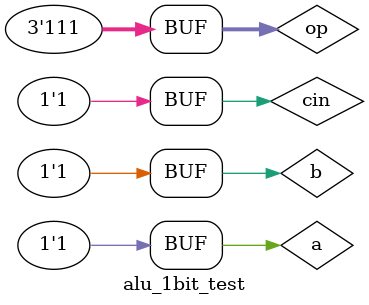
<source format=v>
module alu_1bit_test();

	reg b,a;
	wire cout;
  wire result;
  reg cin;
	reg lessi;
  reg [2:0]op;

	alu_1bit alu1(result,cout,a,b,op,cin,1'b0);

	initial begin
	a= 1'b1; b=1'b1; cin=1'b0; op=3'b000; //add test
	#20;
	a= 1'b0; b=1'b0; cin=1'b0; op=3'b000;
	#20;
	a= 1'b1; b=1'b0; cin=1'b0; op=3'b010;
	#20;
	a= 1'b1; b=1'b1; cin=1'b0; op=3'b010;
	#20;
	a= 1'b1; b=1'b1; cin=1'b1; op=3'b111;
	end

	initial begin
	$monitor("time=%2d,a=%1b,b=%1b,cin=%1b,op=%3b,res=%1b,cout=%1b",
        $time,a,b,cin,op,result,cout);
	end

endmodule

</source>
